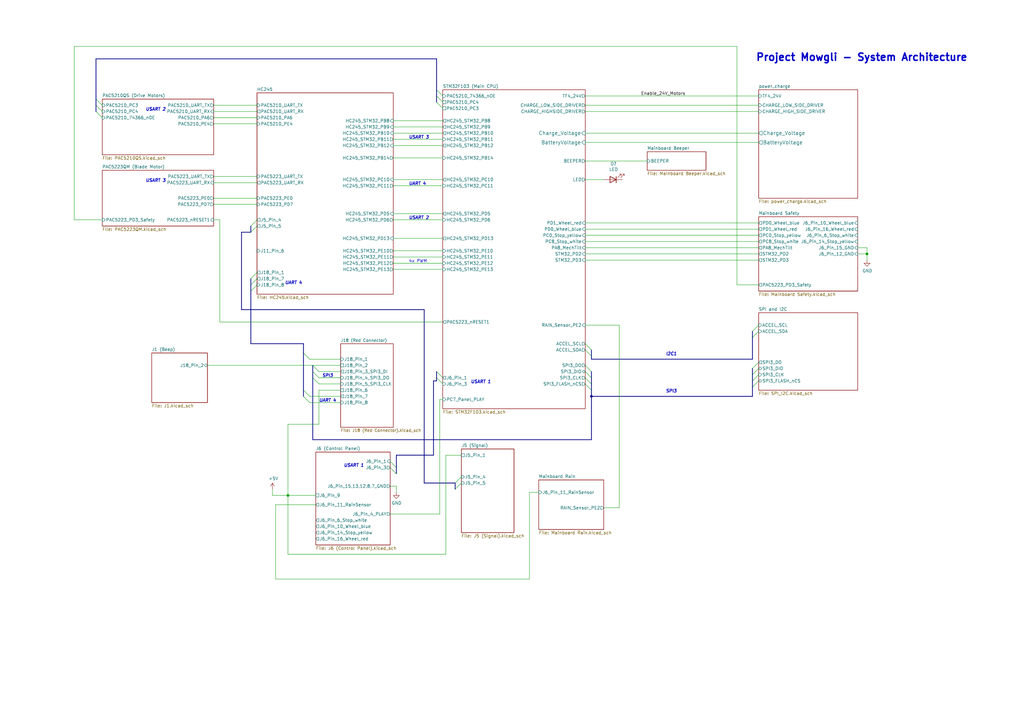
<source format=kicad_sch>
(kicad_sch (version 20211123) (generator eeschema)
  (paper "A3")
  (title_block (title "Project Mowgli") (date "2022-05-22") (rev "1.0.1") (comment 1 "(c) CyberNet / cn@warp.at") (comment 2 "https://github.com/cloudn1ne/Mowgli"))
  (lib_symbols
    (symbol "Device:LED" (pin_numbers hide) (pin_names (offset 1.016) hide)
      (property "Reference" "D" (at 0 2.54 0))
      (property "Value" "LED" (at 0 -2.54 0))
      (symbol "LED_0_1"
        (polyline (pts (xy -1.27 -1.27) (xy -1.27 1.27)) (stroke (width 0.254)))
        (polyline (pts (xy -1.27 0) (xy 1.27 0)))
        (polyline (pts (xy 1.27 -1.27) (xy 1.27 1.27) (xy -1.27 0) (xy 1.27 -1.27)) (stroke (width 0.254)))
        (polyline (pts (xy -3.048 -0.762) (xy -4.572 -2.286) (xy -3.81 -2.286) (xy -4.572 -2.286) (xy -4.572 -1.524)))
        (polyline (pts (xy -1.778 -0.762) (xy -3.302 -2.286) (xy -2.54 -2.286) (xy -3.302 -2.286) (xy -3.302 -1.524)))
      )
      (symbol "LED_1_1"
        (pin passive line (at -3.81 0 0) (length 2.54) (name "K") (number "1"))
        (pin passive line (at 3.81 0 180) (length 2.54) (name "A") (number "2"))
      )
    )
    (symbol "power:+5V" (power) (pin_names (offset 0))
      (property "Value" "+5V" (at 0 3.556 0))
      (symbol "+5V_0_1"
        (polyline (pts (xy -0.762 1.27) (xy 0 2.54)))
        (polyline (pts (xy 0 0) (xy 0 2.54)))
        (polyline (pts (xy 0 2.54) (xy 0.762 1.27)))
      )
      (symbol "+5V_1_1"
        (pin power_in line (at 0 0 90) (length 0) hide (name "+5V") (number "1"))
      )
    )
    (symbol "power:GND" (power) (pin_names (offset 0))
      (property "Value" "GND" (at 0 -3.81 0))
      (symbol "GND_0_1"
        (polyline (pts (xy 0 0) (xy 0 -1.27) (xy 1.27 -1.27) (xy 0 -2.54) (xy -1.27 -1.27) (xy 0 -1.27)))
      )
      (symbol "GND_1_1"
        (pin power_in line (at 0 0 270) (length 0) hide (name "GND") (number "1"))
      )
    )
  )
  (junction (at 242.57 162.56))
  (junction (at 355.6 104.14))
  (junction (at 118.11 203.2))
  (bus_entry (at 308.61 151.13) (size 2.54 -2.54))
  (bus_entry (at 39.37 40.64) (size 2.54 2.54))
  (bus_entry (at 160.02 191.77) (size 2.54 2.54))
  (bus_entry (at 186.69 200.66) (size 2.54 -2.54))
  (bus_entry (at 128.27 149.86) (size 2.54 2.54))
  (bus_entry (at 240.03 152.4) (size 2.54 2.54))
  (bus_entry (at 102.87 95.25) (size 2.54 -2.54))
  (bus_entry (at 240.03 143.51) (size 2.54 2.54))
  (bus_entry (at 308.61 156.21) (size 2.54 -2.54))
  (bus_entry (at 102.87 114.3) (size 2.54 -2.54))
  (bus_entry (at 102.87 92.71) (size 2.54 -2.54))
  (bus_entry (at 39.37 43.18) (size 2.54 2.54))
  (bus_entry (at 179.07 36.83) (size 2.54 2.54))
  (bus_entry (at 124.46 160.02) (size 2.54 2.54))
  (bus_entry (at 240.03 157.48) (size 2.54 2.54))
  (bus_entry (at 240.03 154.94) (size 2.54 2.54))
  (bus_entry (at 128.27 154.94) (size 2.54 2.54))
  (bus_entry (at 102.87 119.38) (size 2.54 -2.54))
  (bus_entry (at 179.07 41.91) (size 2.54 2.54))
  (bus_entry (at 240.03 149.86) (size 2.54 2.54))
  (bus_entry (at 179.07 154.94) (size 2.54 2.54))
  (bus_entry (at 308.61 135.89) (size 2.54 -2.54))
  (bus_entry (at 160.02 189.23) (size 2.54 2.54))
  (bus_entry (at 308.61 153.67) (size 2.54 -2.54))
  (bus_entry (at 128.27 152.4) (size 2.54 2.54))
  (bus_entry (at 102.87 116.84) (size 2.54 -2.54))
  (bus_entry (at 39.37 45.72) (size 2.54 2.54))
  (bus_entry (at 240.03 140.97) (size 2.54 2.54))
  (bus_entry (at 308.61 138.43) (size 2.54 -2.54))
  (bus_entry (at 124.46 162.56) (size 2.54 2.54))
  (bus_entry (at 179.07 152.4) (size 2.54 2.54))
  (bus_entry (at 179.07 39.37) (size 2.54 2.54))
  (bus_entry (at 186.69 198.12) (size 2.54 -2.54))
  (bus_entry (at 127 147.32) (size -2.54 -2.54))
  (bus_entry (at 308.61 158.75) (size 2.54 -2.54))
  (wire (pts (xy 240.03 39.37) (xy 311.15 39.37)))
  (wire (pts (xy 311.15 91.44) (xy 240.03 91.44)))
  (bus (pts (xy 179.07 152.4) (xy 179.07 154.94)))
  (wire (pts (xy 311.15 116.84) (xy 302.26 116.84)))
  (bus (pts (xy 177.8 156.21) (xy 179.07 156.21)))
  (bus (pts (xy 308.61 151.13) (xy 308.61 153.67)))
  (bus (pts (xy 102.87 114.3) (xy 102.87 116.84)))
  (wire (pts (xy 139.7 147.32) (xy 127 147.32)))
  (wire (pts (xy 180.34 163.83) (xy 180.34 210.82)))
  (bus (pts (xy 242.57 143.51) (xy 242.57 146.05)))
  (wire (pts (xy 254 208.28) (xy 247.65 208.28)))
  (wire (pts (xy 161.29 64.77) (xy 181.61 64.77)))
  (bus (pts (xy 162.56 186.69) (xy 177.8 186.69)))
  (bus (pts (xy 242.57 160.02) (xy 242.57 162.56)))
  (wire (pts (xy 105.41 45.72) (xy 87.63 45.72)))
  (wire (pts (xy 182.88 186.69) (xy 182.88 227.33)))
  (wire (pts (xy 311.15 106.68) (xy 240.03 106.68)))
  (wire (pts (xy 30.48 19.05) (xy 30.48 90.17)))
  (bus (pts (xy 308.61 162.56) (xy 242.57 162.56)))
  (wire (pts (xy 105.41 81.28) (xy 87.63 81.28)))
  (wire (pts (xy 105.41 43.18) (xy 87.63 43.18)))
  (wire (pts (xy 118.11 173.99) (xy 118.11 203.2)))
  (wire (pts (xy 217.17 237.49) (xy 113.03 237.49)))
  (wire (pts (xy 355.6 106.68) (xy 355.6 104.14)))
  (bus (pts (xy 39.37 43.18) (xy 39.37 45.72)))
  (wire (pts (xy 181.61 49.53) (xy 161.29 49.53)))
  (bus (pts (xy 124.46 144.78) (xy 124.46 160.02)))
  (wire (pts (xy 139.7 160.02) (xy 130.81 160.02)))
  (wire (pts (xy 139.7 152.4) (xy 130.81 152.4)))
  (wire (pts (xy 181.61 54.61) (xy 161.29 54.61)))
  (bus (pts (xy 99.06 95.25) (xy 99.06 127)))
  (wire (pts (xy 87.63 74.93) (xy 105.41 74.93)))
  (bus (pts (xy 128.27 152.4) (xy 128.27 154.94)))
  (wire (pts (xy 90.17 132.08) (xy 181.61 132.08)))
  (bus (pts (xy 124.46 160.02) (xy 124.46 162.56)))
  (wire (pts (xy 181.61 105.41) (xy 161.29 105.41)))
  (wire (pts (xy 240.03 66.04) (xy 265.43 66.04)))
  (wire (pts (xy 128.27 149.86) (xy 139.7 149.86)))
  (wire (pts (xy 118.11 227.33) (xy 118.11 203.2)))
  (bus (pts (xy 128.27 149.86) (xy 128.27 152.4)))
  (wire (pts (xy 161.29 52.07) (xy 181.61 52.07)))
  (wire (pts (xy 161.29 107.95) (xy 181.61 107.95)))
  (wire (pts (xy 189.23 186.69) (xy 182.88 186.69)))
  (wire (pts (xy 105.41 48.26) (xy 87.63 48.26)))
  (wire (pts (xy 311.15 43.18) (xy 240.03 43.18)))
  (wire (pts (xy 90.17 90.17) (xy 90.17 132.08)))
  (bus (pts (xy 99.06 127) (xy 173.99 127)))
  (wire (pts (xy 161.29 90.17) (xy 181.61 90.17)))
  (wire (pts (xy 182.88 227.33) (xy 118.11 227.33)))
  (bus (pts (xy 102.87 95.25) (xy 99.06 95.25)))
  (bus (pts (xy 242.57 152.4) (xy 242.57 154.94)))
  (bus (pts (xy 128.27 154.94) (xy 128.27 180.34)))
  (bus (pts (xy 177.8 186.69) (xy 177.8 156.21)))
  (wire (pts (xy 351.79 101.6) (xy 355.6 101.6)))
  (bus (pts (xy 173.99 198.12) (xy 186.69 198.12)))
  (wire (pts (xy 351.79 104.14) (xy 355.6 104.14)))
  (wire (pts (xy 181.61 110.49) (xy 161.29 110.49)))
  (wire (pts (xy 311.15 101.6) (xy 240.03 101.6)))
  (bus (pts (xy 39.37 40.64) (xy 39.37 43.18)))
  (wire (pts (xy 240.03 133.35) (xy 254 133.35)))
  (wire (pts (xy 105.41 50.8) (xy 87.63 50.8)))
  (bus (pts (xy 308.61 156.21) (xy 308.61 158.75)))
  (bus (pts (xy 102.87 119.38) (xy 102.87 140.97)))
  (bus (pts (xy 308.61 158.75) (xy 308.61 162.56)))
  (bus (pts (xy 124.46 140.97) (xy 124.46 144.78)))
  (bus (pts (xy 39.37 24.13) (xy 39.37 40.64)))
  (bus (pts (xy 242.57 147.32) (xy 308.61 147.32)))
  (wire (pts (xy 311.15 96.52) (xy 240.03 96.52)))
  (wire (pts (xy 311.15 54.61) (xy 240.03 54.61)))
  (wire (pts (xy 181.61 97.79) (xy 161.29 97.79)))
  (bus (pts (xy 162.56 186.69) (xy 162.56 191.77)))
  (bus (pts (xy 242.57 154.94) (xy 242.57 157.48)))
  (wire (pts (xy 139.7 165.1) (xy 127 165.1)))
  (wire (pts (xy 127 162.56) (xy 139.7 162.56)))
  (bus (pts (xy 242.57 146.05) (xy 242.57 147.32)))
  (wire (pts (xy 113.03 207.01) (xy 113.03 237.49)))
  (bus (pts (xy 102.87 116.84) (xy 102.87 119.38)))
  (wire (pts (xy 105.41 83.82) (xy 87.63 83.82)))
  (bus (pts (xy 308.61 138.43) (xy 308.61 147.32)))
  (wire (pts (xy 129.54 203.2) (xy 118.11 203.2)))
  (wire (pts (xy 311.15 99.06) (xy 240.03 99.06)))
  (wire (pts (xy 130.81 173.99) (xy 118.11 173.99)))
  (wire (pts (xy 162.56 199.39) (xy 162.56 201.93)))
  (bus (pts (xy 242.57 180.34) (xy 128.27 180.34)))
  (wire (pts (xy 302.26 19.05) (xy 30.48 19.05)))
  (wire (pts (xy 161.29 57.15) (xy 181.61 57.15)))
  (wire (pts (xy 217.17 201.93) (xy 217.17 237.49)))
  (wire (pts (xy 240.03 93.98) (xy 311.15 93.98)))
  (wire (pts (xy 161.29 76.2) (xy 181.61 76.2)))
  (wire (pts (xy 220.98 201.93) (xy 217.17 201.93)))
  (wire (pts (xy 302.26 116.84) (xy 302.26 19.05)))
  (bus (pts (xy 179.07 39.37) (xy 179.07 41.91)))
  (wire (pts (xy 129.54 207.01) (xy 113.03 207.01)))
  (bus (pts (xy 162.56 191.77) (xy 162.56 194.31)))
  (wire (pts (xy 311.15 58.42) (xy 240.03 58.42)))
  (wire (pts (xy 85.09 149.86) (xy 128.27 149.86)))
  (wire (pts (xy 130.81 160.02) (xy 130.81 173.99)))
  (wire (pts (xy 130.81 154.94) (xy 139.7 154.94)))
  (wire (pts (xy 111.76 203.2) (xy 111.76 200.66)))
  (bus (pts (xy 179.07 154.94) (xy 179.07 156.21)))
  (wire (pts (xy 181.61 87.63) (xy 161.29 87.63)))
  (wire (pts (xy 181.61 59.69) (xy 161.29 59.69)))
  (bus (pts (xy 102.87 140.97) (xy 124.46 140.97)))
  (wire (pts (xy 30.48 90.17) (xy 41.91 90.17)))
  (bus (pts (xy 242.57 157.48) (xy 242.57 160.02)))
  (wire (pts (xy 240.03 45.72) (xy 311.15 45.72)))
  (wire (pts (xy 247.65 73.66) (xy 240.03 73.66)))
  (bus (pts (xy 308.61 135.89) (xy 308.61 138.43)))
  (bus (pts (xy 173.99 198.12) (xy 173.99 127)))
  (wire (pts (xy 118.11 203.2) (xy 111.76 203.2)))
  (wire (pts (xy 355.6 101.6) (xy 355.6 104.14)))
  (bus (pts (xy 242.57 162.56) (xy 242.57 180.34)))
  (wire (pts (xy 254 133.35) (xy 254 208.28)))
  (bus (pts (xy 102.87 92.71) (xy 102.87 95.25)))
  (wire (pts (xy 181.61 163.83) (xy 180.34 163.83)))
  (wire (pts (xy 87.63 90.17) (xy 90.17 90.17)))
  (bus (pts (xy 308.61 153.67) (xy 308.61 156.21)))
  (wire (pts (xy 161.29 102.87) (xy 181.61 102.87)))
  (bus (pts (xy 186.69 200.66) (xy 186.69 198.12)))
  (wire (pts (xy 311.15 104.14) (xy 240.03 104.14)))
  (bus (pts (xy 179.07 24.13) (xy 179.07 36.83)))
  (bus (pts (xy 179.07 36.83) (xy 179.07 39.37)))
  (wire (pts (xy 105.41 72.39) (xy 87.63 72.39)))
  (wire (pts (xy 139.7 157.48) (xy 130.81 157.48)))
  (bus (pts (xy 39.37 24.13) (xy 179.07 24.13)))
  (wire (pts (xy 180.34 210.82) (xy 160.02 210.82)))
  (wire (pts (xy 181.61 73.66) (xy 161.29 73.66)))
  (wire (pts (xy 160.02 199.39) (xy 162.56 199.39)))
  (text "SPI3" (at 273.05 161.29 0) (effects (font (size 1.27 1.27) (thickness 0.254) bold italic) (justify left bottom)))
  (text "USART 2" (at 59.69 45.72 0) (effects (font (size 1.27 1.27) (thickness 0.254) bold italic) (justify left bottom)))
  (text "UART 4" (at 116.84 116.84 0) (effects (font (size 1.27 1.27) (thickness 0.254) bold italic) (justify left bottom)))
  (text "USART 1" (at 193.04 157.48 0) (effects (font (size 1.27 1.27) (thickness 0.254) bold italic) (justify left bottom)))
  (text "USART 3" (at 167.64 57.15 0) (effects (font (size 1.27 1.27) (thickness 0.254) bold italic) (justify left bottom)))
  (text "USART 2" (at 167.64 90.17 0) (effects (font (size 1.27 1.27) (thickness 0.254) bold italic) (justify left bottom)))
  (text "UART 4" (at 130.81 165.1 0) (effects (font (size 1.27 1.27) (thickness 0.254) bold italic) (justify left bottom)))
  (text "UART 4" (at 167.64 76.2 0) (effects (font (size 1.27 1.27) (thickness 0.254) bold italic) (justify left bottom)))
  (text "USART 3" (at 59.69 74.93 0) (effects (font (size 1.27 1.27) (thickness 0.254) bold italic) (justify left bottom)))
  (text "SPI3" (at 132.08 154.94 0) (effects (font (size 1.27 1.27) (thickness 0.254) bold italic) (justify left bottom)))
  (text "4x PWM" (at 167.64 107.95 0) (effects (font (size 1.27 1.27)) (justify left bottom)))
  (text "USART 1" (at 140.97 191.77 0) (effects (font (size 1.27 1.27) (thickness 0.254) bold italic) (justify left bottom)))
  (text "I2C1" (at 273.05 146.05 0) (effects (font (size 1.27 1.27) (thickness 0.254) bold italic) (justify left bottom)))
  (text "Project Mowgli - System Architecture" (at 309.88 25.4 0) (effects (font (size 2.9972 2.9972) (thickness 0.5994) bold) (justify left bottom)))
  (label "Enable_24V_Motors" (at 262.89 39.37 0))
  (symbol (lib_id "Device:LED") (at 251.46 73.66 180) (unit 1)
    (property "Reference" "D?" (at 251.6378 67.183 0))
    (property "Value" "LED" (at 251.6378 69.4944 0))
  )
  (symbol (lib_id "power:+5V") (at 111.76 200.66 0) (unit 1)
    (property "Reference" "#PWR?" (effects hide))
    (property "Value" "+5V" (at 112.141 196.2658 0))
  )
  (symbol (lib_id "power:GND") (at 355.6 106.68 0) (unit 1)
    (property "Reference" "#PWR?" (effects hide))
    (property "Value" "GND" (at 355.727 111.0742 0))
  )
  (symbol (lib_id "power:GND") (at 162.56 201.93 0) (unit 1)
    (property "Reference" "#PWR?" (effects hide))
    (property "Value" "GND" (at 162.687 206.3242 0))
  )
  (sheet (at 41.91 40.64) (size 45.72 22.86)
    (property "Sheet name" "PAC5210QS (Drive Motors)" (at 41.91 39.9284 0) (effects (justify left bottom)))
    (property "Sheet file" "PAC5210QS.kicad_sch" (at 41.91 64.0846 0) (effects (justify left top)))
    (pin "PAC5210_UART_TX" output (at 87.63 43.18 0))
    (pin "PAC5210_UART_RX" input (at 87.63 45.72 0))
    (pin "PAC5210_PC4" input (at 41.91 45.72 180))
    (pin "PAC5210_74366_nOE" input (at 41.91 48.26 180))
    (pin "PAC5210_PC3" input (at 41.91 43.18 180))
    (pin "PAC5210_PA6" output (at 87.63 48.26 0))
    (pin "PAC5210_PE4" output (at 87.63 50.8 0))
  )
  (sheet (at 105.41 38.1) (size 55.88 82.55)
    (property "Sheet name" "HC245" (at 105.41 37.3884 0) (effects (justify left bottom)))
    (property "Sheet file" "HC245.kicad_sch" (at 105.41 121.2346 0) (effects (justify left top)))
    (pin "PAC5210_UART_TX" input (at 105.41 43.18 180))
    (pin "PAC5210_UART_RX" output (at 105.41 45.72 180))
    (pin "PAC5223_UART_TX" input (at 105.41 72.39 180))
    (pin "PAC5223_UART_RX" output (at 105.41 74.93 180))
    (pin "J5_Pin_5" output (at 105.41 92.71 180))
    (pin "J5_Pin_4" output (at 105.41 90.17 180))
    (pin "J18_Pin_1" output (at 105.41 111.76 180))
    (pin "J18_Pin_7" output (at 105.41 114.3 180))
    (pin "PAC5223_PD7" input (at 105.41 83.82 180))
    (pin "PAC5223_PE0" input (at 105.41 81.28 180))
    (pin "PAC5210_PA6" input (at 105.41 48.26 180))
    (pin "PAC5210_PE4" input (at 105.41 50.8 180))
    (pin "J11_Pin_6" input (at 105.41 102.87 180))
    (pin "HC245_STM32_PE10" output (at 161.29 102.87 0))
    (pin "HC245_STM32_PE11" output (at 161.29 105.41 0))
    (pin "HC245_STM32_PE12" output (at 161.29 107.95 0))
    (pin "HC245_STM32_PE13" output (at 161.29 110.49 0))
    (pin "HC245_STM32_PB14" output (at 161.29 64.77 0))
    (pin "HC245_STM32_PD6" output (at 161.29 90.17 0))
    (pin "HC245_STM32_PB11" output (at 161.29 57.15 0))
    (pin "HC245_STM32_PC11" output (at 161.29 76.2 0))
    (pin "HC245_STM32_PD5" input (at 161.29 87.63 0))
    (pin "HC245_STM32_PB10" input (at 161.29 54.61 0))
    (pin "HC245_STM32_PC10" input (at 161.29 73.66 0))
    (pin "HC245_STM32_PD13" input (at 161.29 97.79 0))
    (pin "HC245_STM32_PB8" input (at 161.29 49.53 0))
    (pin "HC245_STM32_PB9" input (at 161.29 52.07 0))
    (pin "HC245_STM32_PB12" input (at 161.29 59.69 0))
    (pin "J18_Pin_8" input (at 105.41 116.84 180))
  )
  (sheet (at 41.91 69.85) (size 45.72 22.86)
    (property "Sheet name" "PAC5223QM (Blade Motor)" (at 41.91 69.1384 0) (effects (justify left bottom)))
    (property "Sheet file" "PAC5223QM.kicad_sch" (at 41.91 93.2946 0) (effects (justify left top)))
    (pin "PAC5223_UART_TX" output (at 87.63 72.39 0))
    (pin "PAC5223_UART_RX" input (at 87.63 74.93 0))
    (pin "PAC5223_nRESET1" input (at 87.63 90.17 0))
    (pin "PAC5223_PE0" output (at 87.63 81.28 0))
    (pin "PAC5223_PD7" output (at 87.63 83.82 0))
    (pin "PAC5223_PD3_Safety" input (at 41.91 90.17 180))
  )
  (sheet (at 181.61 36.83) (size 58.42 130.81)
    (property "Sheet name" "STM32F103 (Main CPU)" (at 181.61 36.1184 0) (effects (justify left bottom)))
    (property "Sheet file" "STM32F103.kicad_sch" (at 181.61 168.2246 0) (effects (justify left top)))
    (pin "PAC5223_nRESET1" output (at 181.61 132.08 180))
    (pin "PAC5210_PC4" passive (at 181.61 41.91 180))
    (pin "PAC5210_74366_nOE" input (at 181.61 39.37 180))
    (pin "PAC5210_PC3" passive (at 181.61 44.45 180))
    (pin "TF4_24V" output (at 240.03 39.37 0))
    (pin "LED" output (at 240.03 73.66 0))
    (pin "HC245_STM32_PE10" input (at 181.61 102.87 180))
    (pin "HC245_STM32_PE12" input (at 181.61 107.95 180))
    (pin "HC245_STM32_PE13" input (at 181.61 110.49 180))
    (pin "HC245_STM32_PE11" input (at 181.61 105.41 180))
    (pin "HC245_STM32_PB14" input (at 181.61 64.77 180))
    (pin "HC245_STM32_PD13" output (at 181.61 97.79 180))
    (pin "HC245_STM32_PB8" output (at 181.61 49.53 180))
    (pin "HC245_STM32_PB9" output (at 181.61 52.07 180))
    (pin "HC245_STM32_PB12" output (at 181.61 59.69 180))
    (pin "HC245_STM32_PD5" output (at 181.61 87.63 180))
    (pin "HC245_STM32_PD6" input (at 181.61 90.17 180))
    (pin "HC245_STM32_PB10" output (at 181.61 54.61 180))
    (pin "HC245_STM32_PB11" input (at 181.61 57.15 180))
    (pin "HC245_STM32_PC10" output (at 181.61 73.66 180))
    (pin "HC245_STM32_PC11" input (at 181.61 76.2 180))
    (pin "J6_Pin_1" output (at 181.61 154.94 180))
    (pin "J6_Pin_3" input (at 181.61 157.48 180))
    (pin "SPI3_DIO" bidirectional (at 240.03 152.4 0))
    (pin "SPI3_CLK" output (at 240.03 154.94 0))
    (pin "SPI3_FLASH_nCS" output (at 240.03 157.48 0))
    (pin "SPI3_DO" output (at 240.03 149.86 0))
    (pin "ACCEL_SCL" output (at 240.03 140.97 0))
    (pin "ACCEL_SDA" output (at 240.03 143.51 0))
    (pin "CHARGE_LOW_SIDE_DRIVER" output (at 240.03 43.18 0))
    (pin "CHARGE_HIGHSIDE_DRIVER" output (at 240.03 45.72 0))
    (pin "Charge_Voltage" input (at 240.03 54.61 0) (effects (font (size 1.4986 1.4986))))
    (pin "BatteryVoltage" input (at 240.03 58.42 0) (effects (font (size 1.4986 1.4986))))
    (pin "RAIN_Sensor_PE2" input (at 240.03 133.35 0))
    (pin "BEEPER" output (at 240.03 66.04 0))
    (pin "PD1_Wheel_red" input (at 240.03 91.44 0))
    (pin "PD0_Wheel_blue" input (at 240.03 93.98 0))
    (pin "PC0_Stop_yellow" input (at 240.03 96.52 0))
    (pin "PC8_Stop_white" input (at 240.03 99.06 0))
    (pin "PA8_MechTilt" input (at 240.03 101.6 0))
    (pin "STM32_PD2" input (at 240.03 104.14 0))
    (pin "STM32_PD3" input (at 240.03 106.68 0))
    (pin "PC7_Panel_PLAY" input (at 181.61 163.83 180))
  )
  (sheet (at 311.15 36.83) (size 40.64 44.45)
    (property "Sheet name" "power_charge" (at 311.15 36.1184 0) (effects (justify left bottom)))
    (property "Sheet file" "power_charge.kicad_sch" (at 311.15 81.8646 0) (effects (justify left top)))
    (pin "TF4_24V" input (at 311.15 39.37 180))
    (pin "CHARGE_LOW_SIDE_DRIVER" input (at 311.15 43.18 180))
    (pin "CHARGE_HIGH_SIDE_DRIVER" input (at 311.15 45.72 180))
    (pin "Charge_Voltage" output (at 311.15 54.61 180) (effects (font (size 1.4986 1.4986))))
    (pin "BatteryVoltage" output (at 311.15 58.42 180) (effects (font (size 1.4986 1.4986))))
  )
  (sheet (at 139.7 140.97) (size 21.59 34.29)
    (property "Sheet name" "J18 (Red Connector)" (at 139.7 140.2965 0) (effects (font (size 1.1938 1.1938)) (justify left bottom)))
    (property "Sheet file" "J18 (Red Connector).kicad_sch" (at 139.7 175.8141 0) (effects (font (size 1.1938 1.1938)) (justify left top)))
    (pin "J18_Pin_1" input (at 139.7 147.32 180))
    (pin "J18_Pin_7" output (at 139.7 162.56 180))
    (pin "J18_Pin_8" input (at 139.7 165.1 180))
    (pin "J18_Pin_2" passive (at 139.7 149.86 180))
    (pin "J18_Pin_6" passive (at 139.7 160.02 180))
    (pin "J18_Pin_5_SPI3_CLK" input (at 139.7 157.48 180))
    (pin "J18_Pin_4_SPI3_DO" input (at 139.7 154.94 180))
    (pin "J18_Pin_3_SPI3_DI" output (at 139.7 152.4 180))
  )
  (sheet (at 129.54 185.42) (size 30.48 38.1)
    (property "Sheet name" "J6 (Control Panel)" (at 129.54 184.7084 0) (effects (justify left bottom)))
    (property "Sheet file" "J6 (Control Panel).kicad_sch" (at 129.54 224.1046 0) (effects (justify left top)))
    (pin "J6_Pin_9" passive (at 129.54 203.2 180))
    (pin "J6_Pin_1" input (at 160.02 189.23 0))
    (pin "J6_Pin_3" output (at 160.02 191.77 0))
    (pin "J6_Pin_10_Wheel_blue" output (at 129.54 215.9 180))
    (pin "J6_Pin_14_Stop_yellow" output (at 129.54 218.44 180))
    (pin "J6_Pin_6_Stop_white" output (at 129.54 213.36 180))
    (pin "J6_Pin_16_Wheel_red" output (at 129.54 220.98 180))
    (pin "J6_Pin_4_PLAY" output (at 160.02 210.82 0))
    (pin "J6_Pin_11_RainSensor" output (at 129.54 207.01 180))
    (pin "J6_Pin_15,13,12,8,7_GND" output (at 160.02 199.39 0))
  )
  (sheet (at 189.23 184.15) (size 21.59 34.29)
    (property "Sheet name" "J5 (Signal)" (at 189.23 183.4384 0) (effects (justify left bottom)))
    (property "Sheet file" "J5 (Signal).kicad_sch" (at 189.23 219.0246 0) (effects (justify left top)))
    (pin "J5_Pin_1" passive (at 189.23 186.69 180))
    (pin "J5_Pin_4" input (at 189.23 195.58 180))
    (pin "J5_Pin_5" input (at 189.23 198.12 180))
  )
  (sheet (at 311.15 128.27) (size 40.64 31.75)
    (property "Sheet name" "SPI and I2C" (at 311.15 127.5584 0) (effects (justify left bottom)))
    (property "Sheet file" "SPI_I2C.kicad_sch" (at 311.15 160.6046 0) (effects (justify left top)))
    (pin "SPI3_DIO" bidirectional (at 311.15 151.13 180))
    (pin "SPI3_CLK" input (at 311.15 153.67 180))
    (pin "SPI3_FLASH_nCS" bidirectional (at 311.15 156.21 180))
    (pin "SPI3_DO" output (at 311.15 148.59 180))
    (pin "ACCEL_SCL" input (at 311.15 133.35 180))
    (pin "ACCEL_SDA" input (at 311.15 135.89 180))
  )
  (sheet (at 62.23 144.78) (size 22.86 20.32)
    (property "Sheet name" "J1 (Beep)" (at 62.23 144.0684 0) (effects (justify left bottom)))
    (property "Sheet file" "J1.kicad_sch" (at 62.23 165.6846 0) (effects (justify left top)))
    (pin "J18_Pin_2" bidirectional (at 85.09 149.86 0))
  )
  (sheet (at 220.98 196.85) (size 26.67 20.32)
    (property "Sheet name" "Mainboard Rain" (at 220.98 196.1384 0) (effects (justify left bottom)))
    (property "Sheet file" "Mainboard Rain.kicad_sch" (at 220.98 217.7546 0) (effects (justify left top)))
    (pin "J6_Pin_11_RainSensor" input (at 220.98 201.93 180))
    (pin "RAIN_Sensor_PE2" output (at 247.65 208.28 0))
  )
  (sheet (at 311.15 88.9) (size 40.64 30.48)
    (property "Sheet name" "Mainboard Safety" (at 311.15 88.1884 0) (effects (justify left bottom)))
    (property "Sheet file" "Mainboard Safety.kicad_sch" (at 311.15 119.9646 0) (effects (justify left top)))
    (pin "J6_Pin_16_Wheel_red" input (at 351.79 93.98 0))
    (pin "J6_Pin_10_Wheel_blue" input (at 351.79 91.44 0))
    (pin "PD1_Wheel_red" output (at 311.15 93.98 180))
    (pin "PD0_Wheel_blue" output (at 311.15 91.44 180))
    (pin "J6_Pin_6_Stop_white" input (at 351.79 96.52 0))
    (pin "J6_Pin_14_Stop_yellow" input (at 351.79 99.06 0))
    (pin "PC0_Stop_yellow" output (at 311.15 96.52 180))
    (pin "STM32_PD2" output (at 311.15 104.14 180))
    (pin "PC8_Stop_white" output (at 311.15 99.06 180))
    (pin "STM32_PD3" output (at 311.15 106.68 180))
    (pin "J6_Pin_15_GND" input (at 351.79 101.6 0))
    (pin "J6_Pin_12_GND" input (at 351.79 104.14 0))
    (pin "PA8_MechTilt" output (at 311.15 101.6 180))
    (pin "PAC5223_PD3_Safety" output (at 311.15 116.84 180))
  )
  (sheet (at 265.43 62.23) (size 24.13 7.62)
    (property "Sheet name" "Mainboard Beeper" (at 265.43 61.5184 0) (effects (justify left bottom)))
    (property "Sheet file" "Mainboard Beeper.kicad_sch" (at 265.43 70.4346 0) (effects (justify left top)))
    (pin "BEEPER" input (at 265.43 66.04 180))
  )
)
</source>
